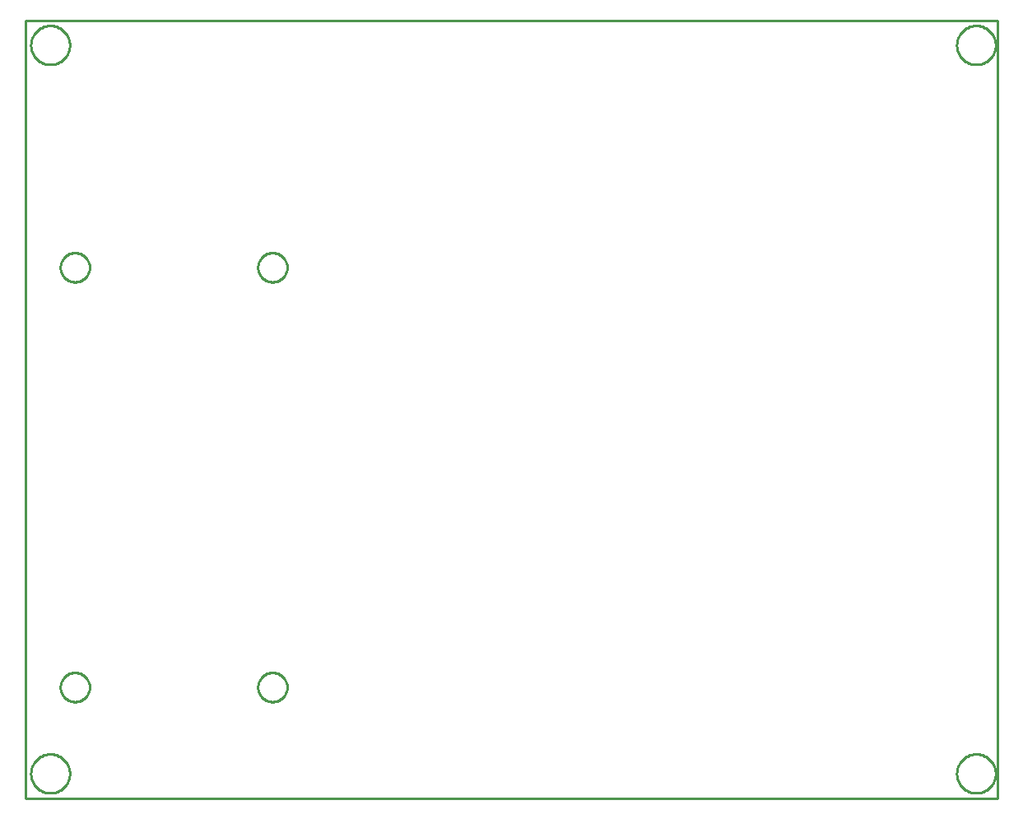
<source format=gbr>
G04 EAGLE Gerber RS-274X export*
G75*
%MOMM*%
%FSLAX34Y34*%
%LPD*%
%IN*%
%IPPOS*%
%AMOC8*
5,1,8,0,0,1.08239X$1,22.5*%
G01*
%ADD10C,0.254000*%


D10*
X0Y0D02*
X1000000Y0D01*
X1000000Y800000D01*
X0Y800000D01*
X0Y0D01*
X45400Y774096D02*
X45327Y772889D01*
X45181Y771689D01*
X44963Y770500D01*
X44674Y769327D01*
X44315Y768173D01*
X43886Y767043D01*
X43390Y765941D01*
X42828Y764870D01*
X42203Y763836D01*
X41516Y762841D01*
X40771Y761890D01*
X39969Y760985D01*
X39115Y760131D01*
X38210Y759329D01*
X37259Y758584D01*
X36264Y757897D01*
X35230Y757272D01*
X34159Y756710D01*
X33057Y756214D01*
X31927Y755785D01*
X30773Y755426D01*
X29600Y755137D01*
X28411Y754919D01*
X27211Y754773D01*
X26004Y754700D01*
X24796Y754700D01*
X23589Y754773D01*
X22389Y754919D01*
X21200Y755137D01*
X20027Y755426D01*
X18873Y755785D01*
X17743Y756214D01*
X16641Y756710D01*
X15570Y757272D01*
X14536Y757897D01*
X13541Y758584D01*
X12590Y759329D01*
X11685Y760131D01*
X10831Y760985D01*
X10029Y761890D01*
X9284Y762841D01*
X8597Y763836D01*
X7972Y764870D01*
X7410Y765941D01*
X6914Y767043D01*
X6485Y768173D01*
X6126Y769327D01*
X5837Y770500D01*
X5619Y771689D01*
X5473Y772889D01*
X5400Y774096D01*
X5400Y775304D01*
X5473Y776511D01*
X5619Y777711D01*
X5837Y778900D01*
X6126Y780073D01*
X6485Y781227D01*
X6914Y782357D01*
X7410Y783459D01*
X7972Y784530D01*
X8597Y785564D01*
X9284Y786559D01*
X10029Y787510D01*
X10831Y788415D01*
X11685Y789269D01*
X12590Y790071D01*
X13541Y790816D01*
X14536Y791503D01*
X15570Y792128D01*
X16641Y792690D01*
X17743Y793186D01*
X18873Y793615D01*
X20027Y793974D01*
X21200Y794263D01*
X22389Y794481D01*
X23589Y794627D01*
X24796Y794700D01*
X26004Y794700D01*
X27211Y794627D01*
X28411Y794481D01*
X29600Y794263D01*
X30773Y793974D01*
X31927Y793615D01*
X33057Y793186D01*
X34159Y792690D01*
X35230Y792128D01*
X36264Y791503D01*
X37259Y790816D01*
X38210Y790071D01*
X39115Y789269D01*
X39969Y788415D01*
X40771Y787510D01*
X41516Y786559D01*
X42203Y785564D01*
X42828Y784530D01*
X43390Y783459D01*
X43886Y782357D01*
X44315Y781227D01*
X44674Y780073D01*
X44963Y778900D01*
X45181Y777711D01*
X45327Y776511D01*
X45400Y775304D01*
X45400Y774096D01*
X997900Y774096D02*
X997827Y772889D01*
X997681Y771689D01*
X997463Y770500D01*
X997174Y769327D01*
X996815Y768173D01*
X996386Y767043D01*
X995890Y765941D01*
X995328Y764870D01*
X994703Y763836D01*
X994016Y762841D01*
X993271Y761890D01*
X992469Y760985D01*
X991615Y760131D01*
X990710Y759329D01*
X989759Y758584D01*
X988764Y757897D01*
X987730Y757272D01*
X986659Y756710D01*
X985557Y756214D01*
X984427Y755785D01*
X983273Y755426D01*
X982100Y755137D01*
X980911Y754919D01*
X979711Y754773D01*
X978504Y754700D01*
X977296Y754700D01*
X976089Y754773D01*
X974889Y754919D01*
X973700Y755137D01*
X972527Y755426D01*
X971373Y755785D01*
X970243Y756214D01*
X969141Y756710D01*
X968070Y757272D01*
X967036Y757897D01*
X966041Y758584D01*
X965090Y759329D01*
X964185Y760131D01*
X963331Y760985D01*
X962529Y761890D01*
X961784Y762841D01*
X961097Y763836D01*
X960472Y764870D01*
X959910Y765941D01*
X959414Y767043D01*
X958985Y768173D01*
X958626Y769327D01*
X958337Y770500D01*
X958119Y771689D01*
X957973Y772889D01*
X957900Y774096D01*
X957900Y775304D01*
X957973Y776511D01*
X958119Y777711D01*
X958337Y778900D01*
X958626Y780073D01*
X958985Y781227D01*
X959414Y782357D01*
X959910Y783459D01*
X960472Y784530D01*
X961097Y785564D01*
X961784Y786559D01*
X962529Y787510D01*
X963331Y788415D01*
X964185Y789269D01*
X965090Y790071D01*
X966041Y790816D01*
X967036Y791503D01*
X968070Y792128D01*
X969141Y792690D01*
X970243Y793186D01*
X971373Y793615D01*
X972527Y793974D01*
X973700Y794263D01*
X974889Y794481D01*
X976089Y794627D01*
X977296Y794700D01*
X978504Y794700D01*
X979711Y794627D01*
X980911Y794481D01*
X982100Y794263D01*
X983273Y793974D01*
X984427Y793615D01*
X985557Y793186D01*
X986659Y792690D01*
X987730Y792128D01*
X988764Y791503D01*
X989759Y790816D01*
X990710Y790071D01*
X991615Y789269D01*
X992469Y788415D01*
X993271Y787510D01*
X994016Y786559D01*
X994703Y785564D01*
X995328Y784530D01*
X995890Y783459D01*
X996386Y782357D01*
X996815Y781227D01*
X997174Y780073D01*
X997463Y778900D01*
X997681Y777711D01*
X997827Y776511D01*
X997900Y775304D01*
X997900Y774096D01*
X45400Y24796D02*
X45327Y23589D01*
X45181Y22389D01*
X44963Y21200D01*
X44674Y20027D01*
X44315Y18873D01*
X43886Y17743D01*
X43390Y16641D01*
X42828Y15570D01*
X42203Y14536D01*
X41516Y13541D01*
X40771Y12590D01*
X39969Y11685D01*
X39115Y10831D01*
X38210Y10029D01*
X37259Y9284D01*
X36264Y8597D01*
X35230Y7972D01*
X34159Y7410D01*
X33057Y6914D01*
X31927Y6485D01*
X30773Y6126D01*
X29600Y5837D01*
X28411Y5619D01*
X27211Y5473D01*
X26004Y5400D01*
X24796Y5400D01*
X23589Y5473D01*
X22389Y5619D01*
X21200Y5837D01*
X20027Y6126D01*
X18873Y6485D01*
X17743Y6914D01*
X16641Y7410D01*
X15570Y7972D01*
X14536Y8597D01*
X13541Y9284D01*
X12590Y10029D01*
X11685Y10831D01*
X10831Y11685D01*
X10029Y12590D01*
X9284Y13541D01*
X8597Y14536D01*
X7972Y15570D01*
X7410Y16641D01*
X6914Y17743D01*
X6485Y18873D01*
X6126Y20027D01*
X5837Y21200D01*
X5619Y22389D01*
X5473Y23589D01*
X5400Y24796D01*
X5400Y26004D01*
X5473Y27211D01*
X5619Y28411D01*
X5837Y29600D01*
X6126Y30773D01*
X6485Y31927D01*
X6914Y33057D01*
X7410Y34159D01*
X7972Y35230D01*
X8597Y36264D01*
X9284Y37259D01*
X10029Y38210D01*
X10831Y39115D01*
X11685Y39969D01*
X12590Y40771D01*
X13541Y41516D01*
X14536Y42203D01*
X15570Y42828D01*
X16641Y43390D01*
X17743Y43886D01*
X18873Y44315D01*
X20027Y44674D01*
X21200Y44963D01*
X22389Y45181D01*
X23589Y45327D01*
X24796Y45400D01*
X26004Y45400D01*
X27211Y45327D01*
X28411Y45181D01*
X29600Y44963D01*
X30773Y44674D01*
X31927Y44315D01*
X33057Y43886D01*
X34159Y43390D01*
X35230Y42828D01*
X36264Y42203D01*
X37259Y41516D01*
X38210Y40771D01*
X39115Y39969D01*
X39969Y39115D01*
X40771Y38210D01*
X41516Y37259D01*
X42203Y36264D01*
X42828Y35230D01*
X43390Y34159D01*
X43886Y33057D01*
X44315Y31927D01*
X44674Y30773D01*
X44963Y29600D01*
X45181Y28411D01*
X45327Y27211D01*
X45400Y26004D01*
X45400Y24796D01*
X997900Y24796D02*
X997827Y23589D01*
X997681Y22389D01*
X997463Y21200D01*
X997174Y20027D01*
X996815Y18873D01*
X996386Y17743D01*
X995890Y16641D01*
X995328Y15570D01*
X994703Y14536D01*
X994016Y13541D01*
X993271Y12590D01*
X992469Y11685D01*
X991615Y10831D01*
X990710Y10029D01*
X989759Y9284D01*
X988764Y8597D01*
X987730Y7972D01*
X986659Y7410D01*
X985557Y6914D01*
X984427Y6485D01*
X983273Y6126D01*
X982100Y5837D01*
X980911Y5619D01*
X979711Y5473D01*
X978504Y5400D01*
X977296Y5400D01*
X976089Y5473D01*
X974889Y5619D01*
X973700Y5837D01*
X972527Y6126D01*
X971373Y6485D01*
X970243Y6914D01*
X969141Y7410D01*
X968070Y7972D01*
X967036Y8597D01*
X966041Y9284D01*
X965090Y10029D01*
X964185Y10831D01*
X963331Y11685D01*
X962529Y12590D01*
X961784Y13541D01*
X961097Y14536D01*
X960472Y15570D01*
X959910Y16641D01*
X959414Y17743D01*
X958985Y18873D01*
X958626Y20027D01*
X958337Y21200D01*
X958119Y22389D01*
X957973Y23589D01*
X957900Y24796D01*
X957900Y26004D01*
X957973Y27211D01*
X958119Y28411D01*
X958337Y29600D01*
X958626Y30773D01*
X958985Y31927D01*
X959414Y33057D01*
X959910Y34159D01*
X960472Y35230D01*
X961097Y36264D01*
X961784Y37259D01*
X962529Y38210D01*
X963331Y39115D01*
X964185Y39969D01*
X965090Y40771D01*
X966041Y41516D01*
X967036Y42203D01*
X968070Y42828D01*
X969141Y43390D01*
X970243Y43886D01*
X971373Y44315D01*
X972527Y44674D01*
X973700Y44963D01*
X974889Y45181D01*
X976089Y45327D01*
X977296Y45400D01*
X978504Y45400D01*
X979711Y45327D01*
X980911Y45181D01*
X982100Y44963D01*
X983273Y44674D01*
X984427Y44315D01*
X985557Y43886D01*
X986659Y43390D01*
X987730Y42828D01*
X988764Y42203D01*
X989759Y41516D01*
X990710Y40771D01*
X991615Y39969D01*
X992469Y39115D01*
X993271Y38210D01*
X994016Y37259D01*
X994703Y36264D01*
X995328Y35230D01*
X995890Y34159D01*
X996386Y33057D01*
X996815Y31927D01*
X997174Y30773D01*
X997463Y29600D01*
X997681Y28411D01*
X997827Y27211D01*
X997900Y26004D01*
X997900Y24796D01*
X35800Y114836D02*
X35876Y115904D01*
X36029Y116965D01*
X36257Y118012D01*
X36559Y119040D01*
X36933Y120044D01*
X37378Y121019D01*
X37892Y121959D01*
X38471Y122860D01*
X39113Y123718D01*
X39815Y124528D01*
X40572Y125285D01*
X41382Y125987D01*
X42240Y126629D01*
X43141Y127208D01*
X44081Y127722D01*
X45056Y128167D01*
X46060Y128541D01*
X47088Y128843D01*
X48135Y129071D01*
X49196Y129224D01*
X50264Y129300D01*
X51336Y129300D01*
X52404Y129224D01*
X53465Y129071D01*
X54512Y128843D01*
X55540Y128541D01*
X56544Y128167D01*
X57519Y127722D01*
X58459Y127208D01*
X59360Y126629D01*
X60218Y125987D01*
X61028Y125285D01*
X61785Y124528D01*
X62487Y123718D01*
X63129Y122860D01*
X63708Y121959D01*
X64222Y121019D01*
X64667Y120044D01*
X65041Y119040D01*
X65343Y118012D01*
X65571Y116965D01*
X65724Y115904D01*
X65800Y114836D01*
X65800Y113764D01*
X65724Y112696D01*
X65571Y111635D01*
X65343Y110588D01*
X65041Y109560D01*
X64667Y108556D01*
X64222Y107581D01*
X63708Y106641D01*
X63129Y105740D01*
X62487Y104882D01*
X61785Y104072D01*
X61028Y103315D01*
X60218Y102613D01*
X59360Y101971D01*
X58459Y101392D01*
X57519Y100878D01*
X56544Y100433D01*
X55540Y100059D01*
X54512Y99757D01*
X53465Y99529D01*
X52404Y99376D01*
X51336Y99300D01*
X50264Y99300D01*
X49196Y99376D01*
X48135Y99529D01*
X47088Y99757D01*
X46060Y100059D01*
X45056Y100433D01*
X44081Y100878D01*
X43141Y101392D01*
X42240Y101971D01*
X41382Y102613D01*
X40572Y103315D01*
X39815Y104072D01*
X39113Y104882D01*
X38471Y105740D01*
X37892Y106641D01*
X37378Y107581D01*
X36933Y108556D01*
X36559Y109560D01*
X36257Y110588D01*
X36029Y111635D01*
X35876Y112696D01*
X35800Y113764D01*
X35800Y114836D01*
X35800Y546636D02*
X35876Y547704D01*
X36029Y548765D01*
X36257Y549812D01*
X36559Y550840D01*
X36933Y551844D01*
X37378Y552819D01*
X37892Y553759D01*
X38471Y554660D01*
X39113Y555518D01*
X39815Y556328D01*
X40572Y557085D01*
X41382Y557787D01*
X42240Y558429D01*
X43141Y559008D01*
X44081Y559522D01*
X45056Y559967D01*
X46060Y560341D01*
X47088Y560643D01*
X48135Y560871D01*
X49196Y561024D01*
X50264Y561100D01*
X51336Y561100D01*
X52404Y561024D01*
X53465Y560871D01*
X54512Y560643D01*
X55540Y560341D01*
X56544Y559967D01*
X57519Y559522D01*
X58459Y559008D01*
X59360Y558429D01*
X60218Y557787D01*
X61028Y557085D01*
X61785Y556328D01*
X62487Y555518D01*
X63129Y554660D01*
X63708Y553759D01*
X64222Y552819D01*
X64667Y551844D01*
X65041Y550840D01*
X65343Y549812D01*
X65571Y548765D01*
X65724Y547704D01*
X65800Y546636D01*
X65800Y545564D01*
X65724Y544496D01*
X65571Y543435D01*
X65343Y542388D01*
X65041Y541360D01*
X64667Y540356D01*
X64222Y539381D01*
X63708Y538441D01*
X63129Y537540D01*
X62487Y536682D01*
X61785Y535872D01*
X61028Y535115D01*
X60218Y534413D01*
X59360Y533771D01*
X58459Y533192D01*
X57519Y532678D01*
X56544Y532233D01*
X55540Y531859D01*
X54512Y531557D01*
X53465Y531329D01*
X52404Y531176D01*
X51336Y531100D01*
X50264Y531100D01*
X49196Y531176D01*
X48135Y531329D01*
X47088Y531557D01*
X46060Y531859D01*
X45056Y532233D01*
X44081Y532678D01*
X43141Y533192D01*
X42240Y533771D01*
X41382Y534413D01*
X40572Y535115D01*
X39815Y535872D01*
X39113Y536682D01*
X38471Y537540D01*
X37892Y538441D01*
X37378Y539381D01*
X36933Y540356D01*
X36559Y541360D01*
X36257Y542388D01*
X36029Y543435D01*
X35876Y544496D01*
X35800Y545564D01*
X35800Y546636D01*
X239000Y546636D02*
X239076Y547704D01*
X239229Y548765D01*
X239457Y549812D01*
X239759Y550840D01*
X240133Y551844D01*
X240578Y552819D01*
X241092Y553759D01*
X241671Y554660D01*
X242313Y555518D01*
X243015Y556328D01*
X243772Y557085D01*
X244582Y557787D01*
X245440Y558429D01*
X246341Y559008D01*
X247281Y559522D01*
X248256Y559967D01*
X249260Y560341D01*
X250288Y560643D01*
X251335Y560871D01*
X252396Y561024D01*
X253464Y561100D01*
X254536Y561100D01*
X255604Y561024D01*
X256665Y560871D01*
X257712Y560643D01*
X258740Y560341D01*
X259744Y559967D01*
X260719Y559522D01*
X261659Y559008D01*
X262560Y558429D01*
X263418Y557787D01*
X264228Y557085D01*
X264985Y556328D01*
X265687Y555518D01*
X266329Y554660D01*
X266908Y553759D01*
X267422Y552819D01*
X267867Y551844D01*
X268241Y550840D01*
X268543Y549812D01*
X268771Y548765D01*
X268924Y547704D01*
X269000Y546636D01*
X269000Y545564D01*
X268924Y544496D01*
X268771Y543435D01*
X268543Y542388D01*
X268241Y541360D01*
X267867Y540356D01*
X267422Y539381D01*
X266908Y538441D01*
X266329Y537540D01*
X265687Y536682D01*
X264985Y535872D01*
X264228Y535115D01*
X263418Y534413D01*
X262560Y533771D01*
X261659Y533192D01*
X260719Y532678D01*
X259744Y532233D01*
X258740Y531859D01*
X257712Y531557D01*
X256665Y531329D01*
X255604Y531176D01*
X254536Y531100D01*
X253464Y531100D01*
X252396Y531176D01*
X251335Y531329D01*
X250288Y531557D01*
X249260Y531859D01*
X248256Y532233D01*
X247281Y532678D01*
X246341Y533192D01*
X245440Y533771D01*
X244582Y534413D01*
X243772Y535115D01*
X243015Y535872D01*
X242313Y536682D01*
X241671Y537540D01*
X241092Y538441D01*
X240578Y539381D01*
X240133Y540356D01*
X239759Y541360D01*
X239457Y542388D01*
X239229Y543435D01*
X239076Y544496D01*
X239000Y545564D01*
X239000Y546636D01*
X239000Y114836D02*
X239076Y115904D01*
X239229Y116965D01*
X239457Y118012D01*
X239759Y119040D01*
X240133Y120044D01*
X240578Y121019D01*
X241092Y121959D01*
X241671Y122860D01*
X242313Y123718D01*
X243015Y124528D01*
X243772Y125285D01*
X244582Y125987D01*
X245440Y126629D01*
X246341Y127208D01*
X247281Y127722D01*
X248256Y128167D01*
X249260Y128541D01*
X250288Y128843D01*
X251335Y129071D01*
X252396Y129224D01*
X253464Y129300D01*
X254536Y129300D01*
X255604Y129224D01*
X256665Y129071D01*
X257712Y128843D01*
X258740Y128541D01*
X259744Y128167D01*
X260719Y127722D01*
X261659Y127208D01*
X262560Y126629D01*
X263418Y125987D01*
X264228Y125285D01*
X264985Y124528D01*
X265687Y123718D01*
X266329Y122860D01*
X266908Y121959D01*
X267422Y121019D01*
X267867Y120044D01*
X268241Y119040D01*
X268543Y118012D01*
X268771Y116965D01*
X268924Y115904D01*
X269000Y114836D01*
X269000Y113764D01*
X268924Y112696D01*
X268771Y111635D01*
X268543Y110588D01*
X268241Y109560D01*
X267867Y108556D01*
X267422Y107581D01*
X266908Y106641D01*
X266329Y105740D01*
X265687Y104882D01*
X264985Y104072D01*
X264228Y103315D01*
X263418Y102613D01*
X262560Y101971D01*
X261659Y101392D01*
X260719Y100878D01*
X259744Y100433D01*
X258740Y100059D01*
X257712Y99757D01*
X256665Y99529D01*
X255604Y99376D01*
X254536Y99300D01*
X253464Y99300D01*
X252396Y99376D01*
X251335Y99529D01*
X250288Y99757D01*
X249260Y100059D01*
X248256Y100433D01*
X247281Y100878D01*
X246341Y101392D01*
X245440Y101971D01*
X244582Y102613D01*
X243772Y103315D01*
X243015Y104072D01*
X242313Y104882D01*
X241671Y105740D01*
X241092Y106641D01*
X240578Y107581D01*
X240133Y108556D01*
X239759Y109560D01*
X239457Y110588D01*
X239229Y111635D01*
X239076Y112696D01*
X239000Y113764D01*
X239000Y114836D01*
M02*

</source>
